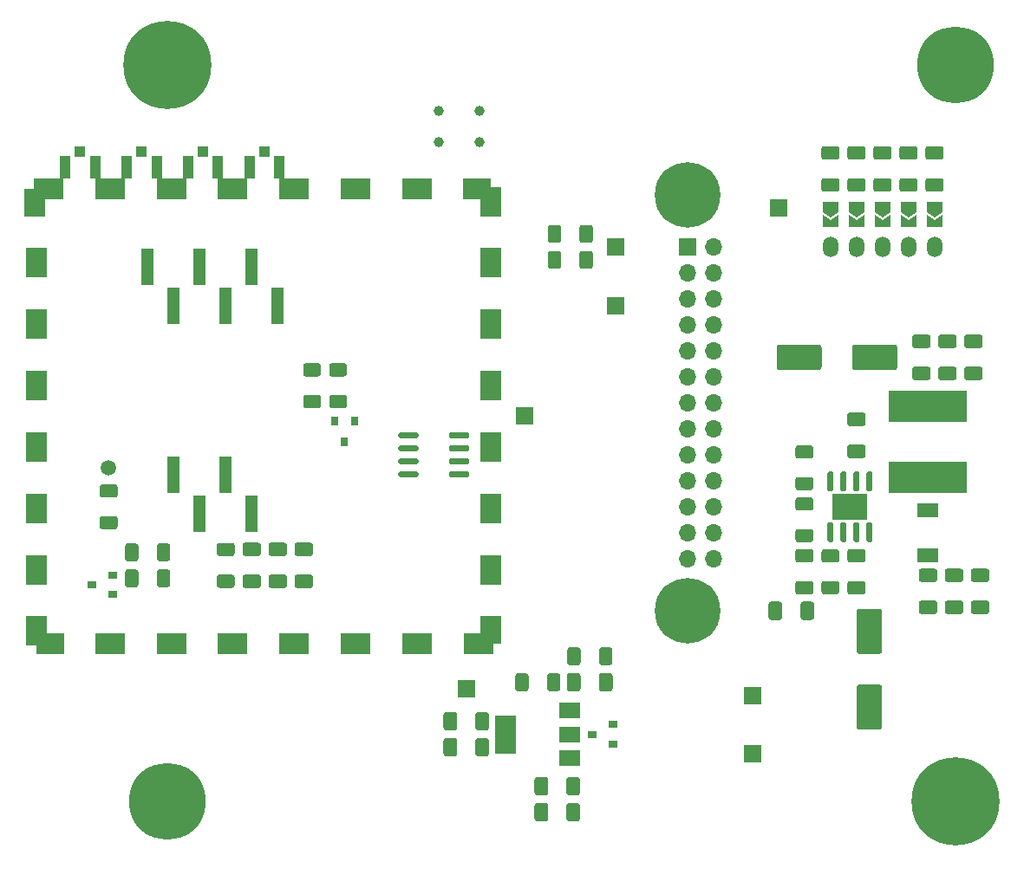
<source format=gbr>
%TF.GenerationSoftware,KiCad,Pcbnew,5.1.8*%
%TF.CreationDate,2020-12-20T23:42:19+01:00*%
%TF.ProjectId,pcb_module_hx711,7063625f-6d6f-4647-956c-655f68783731,rev?*%
%TF.SameCoordinates,Original*%
%TF.FileFunction,Soldermask,Bot*%
%TF.FilePolarity,Negative*%
%FSLAX46Y46*%
G04 Gerber Fmt 4.6, Leading zero omitted, Abs format (unit mm)*
G04 Created by KiCad (PCBNEW 5.1.8) date 2020-12-20 23:42:19*
%MOMM*%
%LPD*%
G01*
G04 APERTURE LIST*
%ADD10R,1.700000X1.700000*%
%ADD11R,3.510000X2.620000*%
%ADD12R,7.700000X3.100000*%
%ADD13O,1.500000X2.000000*%
%ADD14C,0.100000*%
%ADD15R,2.100000X1.400000*%
%ADD16R,3.000000X2.000000*%
%ADD17R,2.690000X2.000000*%
%ADD18R,2.000000X3.000000*%
%ADD19R,2.000000X2.690000*%
%ADD20C,1.000000*%
%ADD21R,1.300000X3.600000*%
%ADD22O,1.700000X1.700000*%
%ADD23C,0.900000*%
%ADD24C,8.600000*%
%ADD25C,7.500000*%
%ADD26C,0.800000*%
%ADD27C,6.400000*%
%ADD28R,0.900000X0.800000*%
%ADD29R,1.050000X2.200000*%
%ADD30R,1.000000X1.050000*%
%ADD31C,1.500000*%
%ADD32R,0.800000X0.900000*%
%ADD33R,2.000000X3.800000*%
%ADD34R,2.000000X1.500000*%
G04 APERTURE END LIST*
%TO.C,C30*%
G36*
G01*
X126273841Y-133450209D02*
X128273841Y-133450209D01*
G75*
G02*
X128523841Y-133700209I0J-250000D01*
G01*
X128523841Y-137600209D01*
G75*
G02*
X128273841Y-137850209I-250000J0D01*
G01*
X126273841Y-137850209D01*
G75*
G02*
X126023841Y-137600209I0J250000D01*
G01*
X126023841Y-133700209D01*
G75*
G02*
X126273841Y-133450209I250000J0D01*
G01*
G37*
G36*
G01*
X126273841Y-126050209D02*
X128273841Y-126050209D01*
G75*
G02*
X128523841Y-126300209I0J-250000D01*
G01*
X128523841Y-130200209D01*
G75*
G02*
X128273841Y-130450209I-250000J0D01*
G01*
X126273841Y-130450209D01*
G75*
G02*
X126023841Y-130200209I0J250000D01*
G01*
X126023841Y-126300209D01*
G75*
G02*
X126273841Y-126050209I250000J0D01*
G01*
G37*
%TD*%
%TO.C,C29*%
G36*
G01*
X122598841Y-100470209D02*
X122598841Y-102470209D01*
G75*
G02*
X122348841Y-102720209I-250000J0D01*
G01*
X118448841Y-102720209D01*
G75*
G02*
X118198841Y-102470209I0J250000D01*
G01*
X118198841Y-100470209D01*
G75*
G02*
X118448841Y-100220209I250000J0D01*
G01*
X122348841Y-100220209D01*
G75*
G02*
X122598841Y-100470209I0J-250000D01*
G01*
G37*
G36*
G01*
X129998841Y-100470209D02*
X129998841Y-102470209D01*
G75*
G02*
X129748841Y-102720209I-250000J0D01*
G01*
X125848841Y-102720209D01*
G75*
G02*
X125598841Y-102470209I0J250000D01*
G01*
X125598841Y-100470209D01*
G75*
G02*
X125848841Y-100220209I250000J0D01*
G01*
X129748841Y-100220209D01*
G75*
G02*
X129998841Y-100470209I0J-250000D01*
G01*
G37*
%TD*%
D10*
%TO.C,TP7*%
X87903841Y-133855209D03*
%TD*%
%TO.C,TP6*%
X115843841Y-134490209D03*
%TD*%
%TO.C,TP5*%
X93618841Y-107185209D03*
%TD*%
%TO.C,TP4*%
X102508841Y-90675209D03*
%TD*%
%TO.C,TP3*%
X102508841Y-96390209D03*
%TD*%
%TO.C,TP2*%
X115843841Y-140205209D03*
%TD*%
%TO.C,TP1*%
X118383841Y-86865209D03*
%TD*%
D11*
%TO.C,U4*%
X125368841Y-116075209D03*
G36*
G01*
X127423841Y-114565209D02*
X127123841Y-114565209D01*
G75*
G02*
X126973841Y-114415209I0J150000D01*
G01*
X126973841Y-112775209D01*
G75*
G02*
X127123841Y-112625209I150000J0D01*
G01*
X127423841Y-112625209D01*
G75*
G02*
X127573841Y-112775209I0J-150000D01*
G01*
X127573841Y-114415209D01*
G75*
G02*
X127423841Y-114565209I-150000J0D01*
G01*
G37*
G36*
G01*
X126153841Y-114565209D02*
X125853841Y-114565209D01*
G75*
G02*
X125703841Y-114415209I0J150000D01*
G01*
X125703841Y-112775209D01*
G75*
G02*
X125853841Y-112625209I150000J0D01*
G01*
X126153841Y-112625209D01*
G75*
G02*
X126303841Y-112775209I0J-150000D01*
G01*
X126303841Y-114415209D01*
G75*
G02*
X126153841Y-114565209I-150000J0D01*
G01*
G37*
G36*
G01*
X124883841Y-114565209D02*
X124583841Y-114565209D01*
G75*
G02*
X124433841Y-114415209I0J150000D01*
G01*
X124433841Y-112775209D01*
G75*
G02*
X124583841Y-112625209I150000J0D01*
G01*
X124883841Y-112625209D01*
G75*
G02*
X125033841Y-112775209I0J-150000D01*
G01*
X125033841Y-114415209D01*
G75*
G02*
X124883841Y-114565209I-150000J0D01*
G01*
G37*
G36*
G01*
X123613841Y-114565209D02*
X123313841Y-114565209D01*
G75*
G02*
X123163841Y-114415209I0J150000D01*
G01*
X123163841Y-112775209D01*
G75*
G02*
X123313841Y-112625209I150000J0D01*
G01*
X123613841Y-112625209D01*
G75*
G02*
X123763841Y-112775209I0J-150000D01*
G01*
X123763841Y-114415209D01*
G75*
G02*
X123613841Y-114565209I-150000J0D01*
G01*
G37*
G36*
G01*
X123613841Y-119525209D02*
X123313841Y-119525209D01*
G75*
G02*
X123163841Y-119375209I0J150000D01*
G01*
X123163841Y-117735209D01*
G75*
G02*
X123313841Y-117585209I150000J0D01*
G01*
X123613841Y-117585209D01*
G75*
G02*
X123763841Y-117735209I0J-150000D01*
G01*
X123763841Y-119375209D01*
G75*
G02*
X123613841Y-119525209I-150000J0D01*
G01*
G37*
G36*
G01*
X124883841Y-119525209D02*
X124583841Y-119525209D01*
G75*
G02*
X124433841Y-119375209I0J150000D01*
G01*
X124433841Y-117735209D01*
G75*
G02*
X124583841Y-117585209I150000J0D01*
G01*
X124883841Y-117585209D01*
G75*
G02*
X125033841Y-117735209I0J-150000D01*
G01*
X125033841Y-119375209D01*
G75*
G02*
X124883841Y-119525209I-150000J0D01*
G01*
G37*
G36*
G01*
X126153841Y-119525209D02*
X125853841Y-119525209D01*
G75*
G02*
X125703841Y-119375209I0J150000D01*
G01*
X125703841Y-117735209D01*
G75*
G02*
X125853841Y-117585209I150000J0D01*
G01*
X126153841Y-117585209D01*
G75*
G02*
X126303841Y-117735209I0J-150000D01*
G01*
X126303841Y-119375209D01*
G75*
G02*
X126153841Y-119525209I-150000J0D01*
G01*
G37*
G36*
G01*
X127423841Y-119525209D02*
X127123841Y-119525209D01*
G75*
G02*
X126973841Y-119375209I0J150000D01*
G01*
X126973841Y-117735209D01*
G75*
G02*
X127123841Y-117585209I150000J0D01*
G01*
X127423841Y-117585209D01*
G75*
G02*
X127573841Y-117735209I0J-150000D01*
G01*
X127573841Y-119375209D01*
G75*
G02*
X127423841Y-119525209I-150000J0D01*
G01*
G37*
%TD*%
D12*
%TO.C,L1*%
X132988841Y-113175209D03*
X132988841Y-106275209D03*
%TD*%
D13*
%TO.C,U1*%
X123463841Y-90675209D03*
X126003841Y-90675209D03*
X128543841Y-90675209D03*
X131083841Y-90675209D03*
X133623841Y-90675209D03*
%TD*%
%TO.C,C1*%
G36*
G01*
X132973840Y-83955209D02*
X134273842Y-83955209D01*
G75*
G02*
X134523841Y-84205208I0J-249999D01*
G01*
X134523841Y-85030210D01*
G75*
G02*
X134273842Y-85280209I-249999J0D01*
G01*
X132973840Y-85280209D01*
G75*
G02*
X132723841Y-85030210I0J249999D01*
G01*
X132723841Y-84205208D01*
G75*
G02*
X132973840Y-83955209I249999J0D01*
G01*
G37*
G36*
G01*
X132973840Y-80830209D02*
X134273842Y-80830209D01*
G75*
G02*
X134523841Y-81080208I0J-249999D01*
G01*
X134523841Y-81905210D01*
G75*
G02*
X134273842Y-82155209I-249999J0D01*
G01*
X132973840Y-82155209D01*
G75*
G02*
X132723841Y-81905210I0J249999D01*
G01*
X132723841Y-81080208D01*
G75*
G02*
X132973840Y-80830209I249999J0D01*
G01*
G37*
%TD*%
%TO.C,R10*%
G36*
G01*
X121548841Y-111365209D02*
X120298841Y-111365209D01*
G75*
G02*
X120048841Y-111115209I0J250000D01*
G01*
X120048841Y-110315209D01*
G75*
G02*
X120298841Y-110065209I250000J0D01*
G01*
X121548841Y-110065209D01*
G75*
G02*
X121798841Y-110315209I0J-250000D01*
G01*
X121798841Y-111115209D01*
G75*
G02*
X121548841Y-111365209I-250000J0D01*
G01*
G37*
G36*
G01*
X121548841Y-114465209D02*
X120298841Y-114465209D01*
G75*
G02*
X120048841Y-114215209I0J250000D01*
G01*
X120048841Y-113415209D01*
G75*
G02*
X120298841Y-113165209I250000J0D01*
G01*
X121548841Y-113165209D01*
G75*
G02*
X121798841Y-113415209I0J-250000D01*
G01*
X121798841Y-114215209D01*
G75*
G02*
X121548841Y-114465209I-250000J0D01*
G01*
G37*
%TD*%
%TO.C,R9*%
G36*
G01*
X121548841Y-116445209D02*
X120298841Y-116445209D01*
G75*
G02*
X120048841Y-116195209I0J250000D01*
G01*
X120048841Y-115395209D01*
G75*
G02*
X120298841Y-115145209I250000J0D01*
G01*
X121548841Y-115145209D01*
G75*
G02*
X121798841Y-115395209I0J-250000D01*
G01*
X121798841Y-116195209D01*
G75*
G02*
X121548841Y-116445209I-250000J0D01*
G01*
G37*
G36*
G01*
X121548841Y-119545209D02*
X120298841Y-119545209D01*
G75*
G02*
X120048841Y-119295209I0J250000D01*
G01*
X120048841Y-118495209D01*
G75*
G02*
X120298841Y-118245209I250000J0D01*
G01*
X121548841Y-118245209D01*
G75*
G02*
X121798841Y-118495209I0J-250000D01*
G01*
X121798841Y-119295209D01*
G75*
G02*
X121548841Y-119545209I-250000J0D01*
G01*
G37*
%TD*%
%TO.C,R1*%
G36*
G01*
X122838841Y-123325209D02*
X124088841Y-123325209D01*
G75*
G02*
X124338841Y-123575209I0J-250000D01*
G01*
X124338841Y-124375209D01*
G75*
G02*
X124088841Y-124625209I-250000J0D01*
G01*
X122838841Y-124625209D01*
G75*
G02*
X122588841Y-124375209I0J250000D01*
G01*
X122588841Y-123575209D01*
G75*
G02*
X122838841Y-123325209I250000J0D01*
G01*
G37*
G36*
G01*
X122838841Y-120225209D02*
X124088841Y-120225209D01*
G75*
G02*
X124338841Y-120475209I0J-250000D01*
G01*
X124338841Y-121275209D01*
G75*
G02*
X124088841Y-121525209I-250000J0D01*
G01*
X122838841Y-121525209D01*
G75*
G02*
X122588841Y-121275209I0J250000D01*
G01*
X122588841Y-120475209D01*
G75*
G02*
X122838841Y-120225209I250000J0D01*
G01*
G37*
%TD*%
D14*
%TO.C,JP5*%
G36*
X123463841Y-87775209D02*
G01*
X122713841Y-87275209D01*
X122713841Y-86275209D01*
X124213841Y-86275209D01*
X124213841Y-87275209D01*
X123463841Y-87775209D01*
G37*
G36*
X122713841Y-88725209D02*
G01*
X122713841Y-87575209D01*
X123463841Y-88075209D01*
X124213841Y-87575209D01*
X124213841Y-88725209D01*
X122713841Y-88725209D01*
G37*
%TD*%
%TO.C,JP4*%
G36*
X126003841Y-87775209D02*
G01*
X125253841Y-87275209D01*
X125253841Y-86275209D01*
X126753841Y-86275209D01*
X126753841Y-87275209D01*
X126003841Y-87775209D01*
G37*
G36*
X125253841Y-88725209D02*
G01*
X125253841Y-87575209D01*
X126003841Y-88075209D01*
X126753841Y-87575209D01*
X126753841Y-88725209D01*
X125253841Y-88725209D01*
G37*
%TD*%
%TO.C,JP3*%
G36*
X128543841Y-87775209D02*
G01*
X127793841Y-87275209D01*
X127793841Y-86275209D01*
X129293841Y-86275209D01*
X129293841Y-87275209D01*
X128543841Y-87775209D01*
G37*
G36*
X127793841Y-88725209D02*
G01*
X127793841Y-87575209D01*
X128543841Y-88075209D01*
X129293841Y-87575209D01*
X129293841Y-88725209D01*
X127793841Y-88725209D01*
G37*
%TD*%
%TO.C,JP2*%
G36*
X131083841Y-87775209D02*
G01*
X130333841Y-87275209D01*
X130333841Y-86275209D01*
X131833841Y-86275209D01*
X131833841Y-87275209D01*
X131083841Y-87775209D01*
G37*
G36*
X130333841Y-88725209D02*
G01*
X130333841Y-87575209D01*
X131083841Y-88075209D01*
X131833841Y-87575209D01*
X131833841Y-88725209D01*
X130333841Y-88725209D01*
G37*
%TD*%
%TO.C,JP1*%
G36*
X133623841Y-87775209D02*
G01*
X132873841Y-87275209D01*
X132873841Y-86275209D01*
X134373841Y-86275209D01*
X134373841Y-87275209D01*
X133623841Y-87775209D01*
G37*
G36*
X132873841Y-88725209D02*
G01*
X132873841Y-87575209D01*
X133623841Y-88075209D01*
X134373841Y-87575209D01*
X134373841Y-88725209D01*
X132873841Y-88725209D01*
G37*
%TD*%
D15*
%TO.C,D1*%
X132988841Y-116415209D03*
X132988841Y-120815209D03*
%TD*%
%TO.C,C25*%
G36*
G01*
X137418840Y-125230209D02*
X138718842Y-125230209D01*
G75*
G02*
X138968841Y-125480208I0J-249999D01*
G01*
X138968841Y-126305210D01*
G75*
G02*
X138718842Y-126555209I-249999J0D01*
G01*
X137418840Y-126555209D01*
G75*
G02*
X137168841Y-126305210I0J249999D01*
G01*
X137168841Y-125480208D01*
G75*
G02*
X137418840Y-125230209I249999J0D01*
G01*
G37*
G36*
G01*
X137418840Y-122105209D02*
X138718842Y-122105209D01*
G75*
G02*
X138968841Y-122355208I0J-249999D01*
G01*
X138968841Y-123180210D01*
G75*
G02*
X138718842Y-123430209I-249999J0D01*
G01*
X137418840Y-123430209D01*
G75*
G02*
X137168841Y-123180210I0J249999D01*
G01*
X137168841Y-122355208D01*
G75*
G02*
X137418840Y-122105209I249999J0D01*
G01*
G37*
%TD*%
%TO.C,C23*%
G36*
G01*
X132338840Y-125230209D02*
X133638842Y-125230209D01*
G75*
G02*
X133888841Y-125480208I0J-249999D01*
G01*
X133888841Y-126305210D01*
G75*
G02*
X133638842Y-126555209I-249999J0D01*
G01*
X132338840Y-126555209D01*
G75*
G02*
X132088841Y-126305210I0J249999D01*
G01*
X132088841Y-125480208D01*
G75*
G02*
X132338840Y-125230209I249999J0D01*
G01*
G37*
G36*
G01*
X132338840Y-122105209D02*
X133638842Y-122105209D01*
G75*
G02*
X133888841Y-122355208I0J-249999D01*
G01*
X133888841Y-123180210D01*
G75*
G02*
X133638842Y-123430209I-249999J0D01*
G01*
X132338840Y-123430209D01*
G75*
G02*
X132088841Y-123180210I0J249999D01*
G01*
X132088841Y-122355208D01*
G75*
G02*
X132338840Y-122105209I249999J0D01*
G01*
G37*
%TD*%
%TO.C,C21*%
G36*
G01*
X134878840Y-125230209D02*
X136178842Y-125230209D01*
G75*
G02*
X136428841Y-125480208I0J-249999D01*
G01*
X136428841Y-126305210D01*
G75*
G02*
X136178842Y-126555209I-249999J0D01*
G01*
X134878840Y-126555209D01*
G75*
G02*
X134628841Y-126305210I0J249999D01*
G01*
X134628841Y-125480208D01*
G75*
G02*
X134878840Y-125230209I249999J0D01*
G01*
G37*
G36*
G01*
X134878840Y-122105209D02*
X136178842Y-122105209D01*
G75*
G02*
X136428841Y-122355208I0J-249999D01*
G01*
X136428841Y-123180210D01*
G75*
G02*
X136178842Y-123430209I-249999J0D01*
G01*
X134878840Y-123430209D01*
G75*
G02*
X134628841Y-123180210I0J249999D01*
G01*
X134628841Y-122355208D01*
G75*
G02*
X134878840Y-122105209I249999J0D01*
G01*
G37*
%TD*%
%TO.C,C20*%
G36*
G01*
X126653842Y-108190209D02*
X125353840Y-108190209D01*
G75*
G02*
X125103841Y-107940210I0J249999D01*
G01*
X125103841Y-107115208D01*
G75*
G02*
X125353840Y-106865209I249999J0D01*
G01*
X126653842Y-106865209D01*
G75*
G02*
X126903841Y-107115208I0J-249999D01*
G01*
X126903841Y-107940210D01*
G75*
G02*
X126653842Y-108190209I-249999J0D01*
G01*
G37*
G36*
G01*
X126653842Y-111315209D02*
X125353840Y-111315209D01*
G75*
G02*
X125103841Y-111065210I0J249999D01*
G01*
X125103841Y-110240208D01*
G75*
G02*
X125353840Y-109990209I249999J0D01*
G01*
X126653842Y-109990209D01*
G75*
G02*
X126903841Y-110240208I0J-249999D01*
G01*
X126903841Y-111065210D01*
G75*
G02*
X126653842Y-111315209I-249999J0D01*
G01*
G37*
%TD*%
%TO.C,C17*%
G36*
G01*
X120273840Y-123325209D02*
X121573842Y-123325209D01*
G75*
G02*
X121823841Y-123575208I0J-249999D01*
G01*
X121823841Y-124400210D01*
G75*
G02*
X121573842Y-124650209I-249999J0D01*
G01*
X120273840Y-124650209D01*
G75*
G02*
X120023841Y-124400210I0J249999D01*
G01*
X120023841Y-123575208D01*
G75*
G02*
X120273840Y-123325209I249999J0D01*
G01*
G37*
G36*
G01*
X120273840Y-120200209D02*
X121573842Y-120200209D01*
G75*
G02*
X121823841Y-120450208I0J-249999D01*
G01*
X121823841Y-121275210D01*
G75*
G02*
X121573842Y-121525209I-249999J0D01*
G01*
X120273840Y-121525209D01*
G75*
G02*
X120023841Y-121275210I0J249999D01*
G01*
X120023841Y-120450208D01*
G75*
G02*
X120273840Y-120200209I249999J0D01*
G01*
G37*
%TD*%
%TO.C,C16*%
G36*
G01*
X125353840Y-123325209D02*
X126653842Y-123325209D01*
G75*
G02*
X126903841Y-123575208I0J-249999D01*
G01*
X126903841Y-124400210D01*
G75*
G02*
X126653842Y-124650209I-249999J0D01*
G01*
X125353840Y-124650209D01*
G75*
G02*
X125103841Y-124400210I0J249999D01*
G01*
X125103841Y-123575208D01*
G75*
G02*
X125353840Y-123325209I249999J0D01*
G01*
G37*
G36*
G01*
X125353840Y-120200209D02*
X126653842Y-120200209D01*
G75*
G02*
X126903841Y-120450208I0J-249999D01*
G01*
X126903841Y-121275210D01*
G75*
G02*
X126653842Y-121525209I-249999J0D01*
G01*
X125353840Y-121525209D01*
G75*
G02*
X125103841Y-121275210I0J249999D01*
G01*
X125103841Y-120450208D01*
G75*
G02*
X125353840Y-120200209I249999J0D01*
G01*
G37*
%TD*%
%TO.C,C15*%
G36*
G01*
X138083842Y-100570209D02*
X136783840Y-100570209D01*
G75*
G02*
X136533841Y-100320210I0J249999D01*
G01*
X136533841Y-99495208D01*
G75*
G02*
X136783840Y-99245209I249999J0D01*
G01*
X138083842Y-99245209D01*
G75*
G02*
X138333841Y-99495208I0J-249999D01*
G01*
X138333841Y-100320210D01*
G75*
G02*
X138083842Y-100570209I-249999J0D01*
G01*
G37*
G36*
G01*
X138083842Y-103695209D02*
X136783840Y-103695209D01*
G75*
G02*
X136533841Y-103445210I0J249999D01*
G01*
X136533841Y-102620208D01*
G75*
G02*
X136783840Y-102370209I249999J0D01*
G01*
X138083842Y-102370209D01*
G75*
G02*
X138333841Y-102620208I0J-249999D01*
G01*
X138333841Y-103445210D01*
G75*
G02*
X138083842Y-103695209I-249999J0D01*
G01*
G37*
%TD*%
%TO.C,C13*%
G36*
G01*
X118753841Y-125585208D02*
X118753841Y-126885210D01*
G75*
G02*
X118503842Y-127135209I-249999J0D01*
G01*
X117678840Y-127135209D01*
G75*
G02*
X117428841Y-126885210I0J249999D01*
G01*
X117428841Y-125585208D01*
G75*
G02*
X117678840Y-125335209I249999J0D01*
G01*
X118503842Y-125335209D01*
G75*
G02*
X118753841Y-125585208I0J-249999D01*
G01*
G37*
G36*
G01*
X121878841Y-125585208D02*
X121878841Y-126885210D01*
G75*
G02*
X121628842Y-127135209I-249999J0D01*
G01*
X120803840Y-127135209D01*
G75*
G02*
X120553841Y-126885210I0J249999D01*
G01*
X120553841Y-125585208D01*
G75*
G02*
X120803840Y-125335209I249999J0D01*
G01*
X121628842Y-125335209D01*
G75*
G02*
X121878841Y-125585208I0J-249999D01*
G01*
G37*
%TD*%
%TO.C,C12*%
G36*
G01*
X133003842Y-100570209D02*
X131703840Y-100570209D01*
G75*
G02*
X131453841Y-100320210I0J249999D01*
G01*
X131453841Y-99495208D01*
G75*
G02*
X131703840Y-99245209I249999J0D01*
G01*
X133003842Y-99245209D01*
G75*
G02*
X133253841Y-99495208I0J-249999D01*
G01*
X133253841Y-100320210D01*
G75*
G02*
X133003842Y-100570209I-249999J0D01*
G01*
G37*
G36*
G01*
X133003842Y-103695209D02*
X131703840Y-103695209D01*
G75*
G02*
X131453841Y-103445210I0J249999D01*
G01*
X131453841Y-102620208D01*
G75*
G02*
X131703840Y-102370209I249999J0D01*
G01*
X133003842Y-102370209D01*
G75*
G02*
X133253841Y-102620208I0J-249999D01*
G01*
X133253841Y-103445210D01*
G75*
G02*
X133003842Y-103695209I-249999J0D01*
G01*
G37*
%TD*%
%TO.C,C11*%
G36*
G01*
X135543842Y-100570209D02*
X134243840Y-100570209D01*
G75*
G02*
X133993841Y-100320210I0J249999D01*
G01*
X133993841Y-99495208D01*
G75*
G02*
X134243840Y-99245209I249999J0D01*
G01*
X135543842Y-99245209D01*
G75*
G02*
X135793841Y-99495208I0J-249999D01*
G01*
X135793841Y-100320210D01*
G75*
G02*
X135543842Y-100570209I-249999J0D01*
G01*
G37*
G36*
G01*
X135543842Y-103695209D02*
X134243840Y-103695209D01*
G75*
G02*
X133993841Y-103445210I0J249999D01*
G01*
X133993841Y-102620208D01*
G75*
G02*
X134243840Y-102370209I249999J0D01*
G01*
X135543842Y-102370209D01*
G75*
G02*
X135793841Y-102620208I0J-249999D01*
G01*
X135793841Y-103445210D01*
G75*
G02*
X135543842Y-103695209I-249999J0D01*
G01*
G37*
%TD*%
%TO.C,C5*%
G36*
G01*
X122813840Y-83955209D02*
X124113842Y-83955209D01*
G75*
G02*
X124363841Y-84205208I0J-249999D01*
G01*
X124363841Y-85030210D01*
G75*
G02*
X124113842Y-85280209I-249999J0D01*
G01*
X122813840Y-85280209D01*
G75*
G02*
X122563841Y-85030210I0J249999D01*
G01*
X122563841Y-84205208D01*
G75*
G02*
X122813840Y-83955209I249999J0D01*
G01*
G37*
G36*
G01*
X122813840Y-80830209D02*
X124113842Y-80830209D01*
G75*
G02*
X124363841Y-81080208I0J-249999D01*
G01*
X124363841Y-81905210D01*
G75*
G02*
X124113842Y-82155209I-249999J0D01*
G01*
X122813840Y-82155209D01*
G75*
G02*
X122563841Y-81905210I0J249999D01*
G01*
X122563841Y-81080208D01*
G75*
G02*
X122813840Y-80830209I249999J0D01*
G01*
G37*
%TD*%
%TO.C,C4*%
G36*
G01*
X125353840Y-83955209D02*
X126653842Y-83955209D01*
G75*
G02*
X126903841Y-84205208I0J-249999D01*
G01*
X126903841Y-85030210D01*
G75*
G02*
X126653842Y-85280209I-249999J0D01*
G01*
X125353840Y-85280209D01*
G75*
G02*
X125103841Y-85030210I0J249999D01*
G01*
X125103841Y-84205208D01*
G75*
G02*
X125353840Y-83955209I249999J0D01*
G01*
G37*
G36*
G01*
X125353840Y-80830209D02*
X126653842Y-80830209D01*
G75*
G02*
X126903841Y-81080208I0J-249999D01*
G01*
X126903841Y-81905210D01*
G75*
G02*
X126653842Y-82155209I-249999J0D01*
G01*
X125353840Y-82155209D01*
G75*
G02*
X125103841Y-81905210I0J249999D01*
G01*
X125103841Y-81080208D01*
G75*
G02*
X125353840Y-80830209I249999J0D01*
G01*
G37*
%TD*%
%TO.C,C3*%
G36*
G01*
X127893840Y-83955209D02*
X129193842Y-83955209D01*
G75*
G02*
X129443841Y-84205208I0J-249999D01*
G01*
X129443841Y-85030210D01*
G75*
G02*
X129193842Y-85280209I-249999J0D01*
G01*
X127893840Y-85280209D01*
G75*
G02*
X127643841Y-85030210I0J249999D01*
G01*
X127643841Y-84205208D01*
G75*
G02*
X127893840Y-83955209I249999J0D01*
G01*
G37*
G36*
G01*
X127893840Y-80830209D02*
X129193842Y-80830209D01*
G75*
G02*
X129443841Y-81080208I0J-249999D01*
G01*
X129443841Y-81905210D01*
G75*
G02*
X129193842Y-82155209I-249999J0D01*
G01*
X127893840Y-82155209D01*
G75*
G02*
X127643841Y-81905210I0J249999D01*
G01*
X127643841Y-81080208D01*
G75*
G02*
X127893840Y-80830209I249999J0D01*
G01*
G37*
%TD*%
D16*
%TO.C,J5*%
X83098841Y-129410209D03*
X65108841Y-129410209D03*
X53108841Y-129410209D03*
X71098841Y-129410209D03*
X59108841Y-129410209D03*
D17*
X47263841Y-129410209D03*
D16*
X77098841Y-129410209D03*
X89098841Y-129410209D03*
D18*
X90288841Y-122220209D03*
X90288841Y-104230209D03*
D19*
X90288841Y-128065209D03*
D18*
X90288841Y-98230209D03*
X90288841Y-116220209D03*
X90288841Y-86230209D03*
X90288841Y-92230209D03*
X90288841Y-110220209D03*
D16*
X47108841Y-85040209D03*
D17*
X88943841Y-85040209D03*
D16*
X53108841Y-85040209D03*
X65108841Y-85040209D03*
X83098841Y-85040209D03*
X77098841Y-85040209D03*
X71098841Y-85040209D03*
X59108841Y-85040209D03*
D18*
X45918841Y-128220209D03*
X45918841Y-122220209D03*
X45918841Y-110220209D03*
X45918841Y-116220209D03*
X45918841Y-104230209D03*
X45918841Y-98230209D03*
X45918841Y-92230209D03*
D19*
X45758841Y-86385209D03*
%TD*%
D20*
%TO.C,H3*%
X89193841Y-77395209D03*
X89193841Y-80395209D03*
X85193841Y-80395209D03*
X85193841Y-77395209D03*
%TD*%
D21*
%TO.C,U3*%
X59328841Y-112900209D03*
X61868841Y-116710209D03*
X64408841Y-112900209D03*
X66948841Y-116710209D03*
X66948841Y-92580209D03*
X64408841Y-96390209D03*
X69488841Y-96390209D03*
X61868841Y-92580209D03*
X59328841Y-96390209D03*
X56788841Y-92580209D03*
%TD*%
D22*
%TO.C,J7*%
X112033841Y-121155209D03*
X109493841Y-121155209D03*
X112033841Y-118615209D03*
X109493841Y-118615209D03*
X112033841Y-116075209D03*
X109493841Y-116075209D03*
X112033841Y-113535209D03*
X109493841Y-113535209D03*
X112033841Y-110995209D03*
X109493841Y-110995209D03*
X112033841Y-108455209D03*
X109493841Y-108455209D03*
X112033841Y-105915209D03*
X109493841Y-105915209D03*
X112033841Y-103375209D03*
X109493841Y-103375209D03*
X112033841Y-100835209D03*
X109493841Y-100835209D03*
X112033841Y-98295209D03*
X109493841Y-98295209D03*
X112033841Y-95755209D03*
X109493841Y-95755209D03*
X112033841Y-93215209D03*
X109493841Y-93215209D03*
X112033841Y-90675209D03*
D10*
X109493841Y-90675209D03*
%TD*%
D23*
%TO.C,H7*%
X137974260Y-142614790D03*
X135693841Y-141670209D03*
X133413422Y-142614790D03*
X132468841Y-144895209D03*
X133413422Y-147175628D03*
X135693841Y-148120209D03*
X137974260Y-147175628D03*
X138918841Y-144895209D03*
D24*
X135693841Y-144895209D03*
%TD*%
D23*
%TO.C,H6*%
X60974260Y-142614790D03*
X58693841Y-141670209D03*
X56413422Y-142614790D03*
X55468841Y-144895209D03*
X56413422Y-147175628D03*
X58693841Y-148120209D03*
X60974260Y-147175628D03*
X61918841Y-144895209D03*
D25*
X58693841Y-144895209D03*
%TD*%
D23*
%TO.C,H5*%
X137974260Y-70614790D03*
X135693841Y-69670209D03*
X133413422Y-70614790D03*
X132468841Y-72895209D03*
X133413422Y-75175628D03*
X135693841Y-76120209D03*
X137974260Y-75175628D03*
X138918841Y-72895209D03*
D25*
X135693841Y-72895209D03*
%TD*%
D23*
%TO.C,H4*%
X60974260Y-70614790D03*
X58693841Y-69670209D03*
X56413422Y-70614790D03*
X55468841Y-72895209D03*
X56413422Y-75175628D03*
X58693841Y-76120209D03*
X60974260Y-75175628D03*
X61918841Y-72895209D03*
D24*
X58693841Y-72895209D03*
%TD*%
D26*
%TO.C,H2*%
X111190897Y-83898153D03*
X109493841Y-83195209D03*
X107796785Y-83898153D03*
X107093841Y-85595209D03*
X107796785Y-87292265D03*
X109493841Y-87995209D03*
X111190897Y-87292265D03*
X111893841Y-85595209D03*
D27*
X109493841Y-85595209D03*
%TD*%
D26*
%TO.C,H1*%
X111190897Y-124538153D03*
X109493841Y-123835209D03*
X107796785Y-124538153D03*
X107093841Y-126235209D03*
X107796785Y-127932265D03*
X109493841Y-128635209D03*
X111190897Y-127932265D03*
X111893841Y-126235209D03*
D27*
X109493841Y-126235209D03*
%TD*%
%TO.C,C2*%
G36*
G01*
X130433840Y-80830209D02*
X131733842Y-80830209D01*
G75*
G02*
X131983841Y-81080208I0J-249999D01*
G01*
X131983841Y-81905210D01*
G75*
G02*
X131733842Y-82155209I-249999J0D01*
G01*
X130433840Y-82155209D01*
G75*
G02*
X130183841Y-81905210I0J249999D01*
G01*
X130183841Y-81080208D01*
G75*
G02*
X130433840Y-80830209I249999J0D01*
G01*
G37*
G36*
G01*
X130433840Y-83955209D02*
X131733842Y-83955209D01*
G75*
G02*
X131983841Y-84205208I0J-249999D01*
G01*
X131983841Y-85030210D01*
G75*
G02*
X131733842Y-85280209I-249999J0D01*
G01*
X130433840Y-85280209D01*
G75*
G02*
X130183841Y-85030210I0J249999D01*
G01*
X130183841Y-84205208D01*
G75*
G02*
X130433840Y-83955209I249999J0D01*
G01*
G37*
%TD*%
%TO.C,C22*%
G36*
G01*
X99018841Y-145270208D02*
X99018841Y-146570210D01*
G75*
G02*
X98768842Y-146820209I-249999J0D01*
G01*
X97943840Y-146820209D01*
G75*
G02*
X97693841Y-146570210I0J249999D01*
G01*
X97693841Y-145270208D01*
G75*
G02*
X97943840Y-145020209I249999J0D01*
G01*
X98768842Y-145020209D01*
G75*
G02*
X99018841Y-145270208I0J-249999D01*
G01*
G37*
G36*
G01*
X95893841Y-145270208D02*
X95893841Y-146570210D01*
G75*
G02*
X95643842Y-146820209I-249999J0D01*
G01*
X94818840Y-146820209D01*
G75*
G02*
X94568841Y-146570210I0J249999D01*
G01*
X94568841Y-145270208D01*
G75*
G02*
X94818840Y-145020209I249999J0D01*
G01*
X95643842Y-145020209D01*
G75*
G02*
X95893841Y-145270208I0J-249999D01*
G01*
G37*
%TD*%
%TO.C,C14*%
G36*
G01*
X68838840Y-122690209D02*
X70138842Y-122690209D01*
G75*
G02*
X70388841Y-122940208I0J-249999D01*
G01*
X70388841Y-123765210D01*
G75*
G02*
X70138842Y-124015209I-249999J0D01*
G01*
X68838840Y-124015209D01*
G75*
G02*
X68588841Y-123765210I0J249999D01*
G01*
X68588841Y-122940208D01*
G75*
G02*
X68838840Y-122690209I249999J0D01*
G01*
G37*
G36*
G01*
X68838840Y-119565209D02*
X70138842Y-119565209D01*
G75*
G02*
X70388841Y-119815208I0J-249999D01*
G01*
X70388841Y-120640210D01*
G75*
G02*
X70138842Y-120890209I-249999J0D01*
G01*
X68838840Y-120890209D01*
G75*
G02*
X68588841Y-120640210I0J249999D01*
G01*
X68588841Y-119815208D01*
G75*
G02*
X68838840Y-119565209I249999J0D01*
G01*
G37*
%TD*%
%TO.C,C24*%
G36*
G01*
X95893841Y-142730208D02*
X95893841Y-144030210D01*
G75*
G02*
X95643842Y-144280209I-249999J0D01*
G01*
X94818840Y-144280209D01*
G75*
G02*
X94568841Y-144030210I0J249999D01*
G01*
X94568841Y-142730208D01*
G75*
G02*
X94818840Y-142480209I249999J0D01*
G01*
X95643842Y-142480209D01*
G75*
G02*
X95893841Y-142730208I0J-249999D01*
G01*
G37*
G36*
G01*
X99018841Y-142730208D02*
X99018841Y-144030210D01*
G75*
G02*
X98768842Y-144280209I-249999J0D01*
G01*
X97943840Y-144280209D01*
G75*
G02*
X97693841Y-144030210I0J249999D01*
G01*
X97693841Y-142730208D01*
G75*
G02*
X97943840Y-142480209I249999J0D01*
G01*
X98768842Y-142480209D01*
G75*
G02*
X99018841Y-142730208I0J-249999D01*
G01*
G37*
%TD*%
%TO.C,C18*%
G36*
G01*
X66298840Y-119565209D02*
X67598842Y-119565209D01*
G75*
G02*
X67848841Y-119815208I0J-249999D01*
G01*
X67848841Y-120640210D01*
G75*
G02*
X67598842Y-120890209I-249999J0D01*
G01*
X66298840Y-120890209D01*
G75*
G02*
X66048841Y-120640210I0J249999D01*
G01*
X66048841Y-119815208D01*
G75*
G02*
X66298840Y-119565209I249999J0D01*
G01*
G37*
G36*
G01*
X66298840Y-122690209D02*
X67598842Y-122690209D01*
G75*
G02*
X67848841Y-122940208I0J-249999D01*
G01*
X67848841Y-123765210D01*
G75*
G02*
X67598842Y-124015209I-249999J0D01*
G01*
X66298840Y-124015209D01*
G75*
G02*
X66048841Y-123765210I0J249999D01*
G01*
X66048841Y-122940208D01*
G75*
G02*
X66298840Y-122690209I249999J0D01*
G01*
G37*
%TD*%
%TO.C,C26*%
G36*
G01*
X97743841Y-133870210D02*
X97743841Y-132570208D01*
G75*
G02*
X97993840Y-132320209I249999J0D01*
G01*
X98818842Y-132320209D01*
G75*
G02*
X99068841Y-132570208I0J-249999D01*
G01*
X99068841Y-133870210D01*
G75*
G02*
X98818842Y-134120209I-249999J0D01*
G01*
X97993840Y-134120209D01*
G75*
G02*
X97743841Y-133870210I0J249999D01*
G01*
G37*
G36*
G01*
X100868841Y-133870210D02*
X100868841Y-132570208D01*
G75*
G02*
X101118840Y-132320209I249999J0D01*
G01*
X101943842Y-132320209D01*
G75*
G02*
X102193841Y-132570208I0J-249999D01*
G01*
X102193841Y-133870210D01*
G75*
G02*
X101943842Y-134120209I-249999J0D01*
G01*
X101118840Y-134120209D01*
G75*
G02*
X100868841Y-133870210I0J249999D01*
G01*
G37*
%TD*%
%TO.C,C19*%
G36*
G01*
X71378840Y-122690209D02*
X72678842Y-122690209D01*
G75*
G02*
X72928841Y-122940208I0J-249999D01*
G01*
X72928841Y-123765210D01*
G75*
G02*
X72678842Y-124015209I-249999J0D01*
G01*
X71378840Y-124015209D01*
G75*
G02*
X71128841Y-123765210I0J249999D01*
G01*
X71128841Y-122940208D01*
G75*
G02*
X71378840Y-122690209I249999J0D01*
G01*
G37*
G36*
G01*
X71378840Y-119565209D02*
X72678842Y-119565209D01*
G75*
G02*
X72928841Y-119815208I0J-249999D01*
G01*
X72928841Y-120640210D01*
G75*
G02*
X72678842Y-120890209I-249999J0D01*
G01*
X71378840Y-120890209D01*
G75*
G02*
X71128841Y-120640210I0J249999D01*
G01*
X71128841Y-119815208D01*
G75*
G02*
X71378840Y-119565209I249999J0D01*
G01*
G37*
%TD*%
%TO.C,C27*%
G36*
G01*
X87003841Y-138920208D02*
X87003841Y-140220210D01*
G75*
G02*
X86753842Y-140470209I-249999J0D01*
G01*
X85928840Y-140470209D01*
G75*
G02*
X85678841Y-140220210I0J249999D01*
G01*
X85678841Y-138920208D01*
G75*
G02*
X85928840Y-138670209I249999J0D01*
G01*
X86753842Y-138670209D01*
G75*
G02*
X87003841Y-138920208I0J-249999D01*
G01*
G37*
G36*
G01*
X90128841Y-138920208D02*
X90128841Y-140220210D01*
G75*
G02*
X89878842Y-140470209I-249999J0D01*
G01*
X89053840Y-140470209D01*
G75*
G02*
X88803841Y-140220210I0J249999D01*
G01*
X88803841Y-138920208D01*
G75*
G02*
X89053840Y-138670209I249999J0D01*
G01*
X89878842Y-138670209D01*
G75*
G02*
X90128841Y-138920208I0J-249999D01*
G01*
G37*
%TD*%
%TO.C,C28*%
G36*
G01*
X90128841Y-136380208D02*
X90128841Y-137680210D01*
G75*
G02*
X89878842Y-137930209I-249999J0D01*
G01*
X89053840Y-137930209D01*
G75*
G02*
X88803841Y-137680210I0J249999D01*
G01*
X88803841Y-136380208D01*
G75*
G02*
X89053840Y-136130209I249999J0D01*
G01*
X89878842Y-136130209D01*
G75*
G02*
X90128841Y-136380208I0J-249999D01*
G01*
G37*
G36*
G01*
X87003841Y-136380208D02*
X87003841Y-137680210D01*
G75*
G02*
X86753842Y-137930209I-249999J0D01*
G01*
X85928840Y-137930209D01*
G75*
G02*
X85678841Y-137680210I0J249999D01*
G01*
X85678841Y-136380208D01*
G75*
G02*
X85928840Y-136130209I249999J0D01*
G01*
X86753842Y-136130209D01*
G75*
G02*
X87003841Y-136380208I0J-249999D01*
G01*
G37*
%TD*%
D28*
%TO.C,D2*%
X102238841Y-137350209D03*
X102238841Y-139250209D03*
X100238841Y-138300209D03*
%TD*%
D29*
%TO.C,J1*%
X51668841Y-82870209D03*
D30*
X50193841Y-81345209D03*
D29*
X48718841Y-82870209D03*
%TD*%
%TO.C,J2*%
X54718841Y-82870209D03*
D30*
X56193841Y-81345209D03*
D29*
X57668841Y-82870209D03*
%TD*%
%TO.C,J3*%
X60718841Y-82870209D03*
D30*
X62193841Y-81345209D03*
D29*
X63668841Y-82870209D03*
%TD*%
%TO.C,J4*%
X69668841Y-82870209D03*
D30*
X68193841Y-81345209D03*
D29*
X66718841Y-82870209D03*
%TD*%
D31*
%TO.C,J6*%
X52978841Y-112265209D03*
%TD*%
D32*
%TO.C,Q1*%
X75068841Y-107685209D03*
X76968841Y-107685209D03*
X76018841Y-109685209D03*
%TD*%
D28*
%TO.C,Q2*%
X51343841Y-123695209D03*
X53343841Y-124645209D03*
X53343841Y-122745209D03*
%TD*%
%TO.C,R2*%
G36*
G01*
X98963841Y-92570209D02*
X98963841Y-91320209D01*
G75*
G02*
X99213841Y-91070209I250000J0D01*
G01*
X100013841Y-91070209D01*
G75*
G02*
X100263841Y-91320209I0J-250000D01*
G01*
X100263841Y-92570209D01*
G75*
G02*
X100013841Y-92820209I-250000J0D01*
G01*
X99213841Y-92820209D01*
G75*
G02*
X98963841Y-92570209I0J250000D01*
G01*
G37*
G36*
G01*
X95863841Y-92570209D02*
X95863841Y-91320209D01*
G75*
G02*
X96113841Y-91070209I250000J0D01*
G01*
X96913841Y-91070209D01*
G75*
G02*
X97163841Y-91320209I0J-250000D01*
G01*
X97163841Y-92570209D01*
G75*
G02*
X96913841Y-92820209I-250000J0D01*
G01*
X96113841Y-92820209D01*
G75*
G02*
X95863841Y-92570209I0J250000D01*
G01*
G37*
%TD*%
%TO.C,R3*%
G36*
G01*
X100263841Y-88780209D02*
X100263841Y-90030209D01*
G75*
G02*
X100013841Y-90280209I-250000J0D01*
G01*
X99213841Y-90280209D01*
G75*
G02*
X98963841Y-90030209I0J250000D01*
G01*
X98963841Y-88780209D01*
G75*
G02*
X99213841Y-88530209I250000J0D01*
G01*
X100013841Y-88530209D01*
G75*
G02*
X100263841Y-88780209I0J-250000D01*
G01*
G37*
G36*
G01*
X97163841Y-88780209D02*
X97163841Y-90030209D01*
G75*
G02*
X96913841Y-90280209I-250000J0D01*
G01*
X96113841Y-90280209D01*
G75*
G02*
X95863841Y-90030209I0J250000D01*
G01*
X95863841Y-88780209D01*
G75*
G02*
X96113841Y-88530209I250000J0D01*
G01*
X96913841Y-88530209D01*
G75*
G02*
X97163841Y-88780209I0J-250000D01*
G01*
G37*
%TD*%
%TO.C,R12*%
G36*
G01*
X95788841Y-133845209D02*
X95788841Y-132595209D01*
G75*
G02*
X96038841Y-132345209I250000J0D01*
G01*
X96838841Y-132345209D01*
G75*
G02*
X97088841Y-132595209I0J-250000D01*
G01*
X97088841Y-133845209D01*
G75*
G02*
X96838841Y-134095209I-250000J0D01*
G01*
X96038841Y-134095209D01*
G75*
G02*
X95788841Y-133845209I0J250000D01*
G01*
G37*
G36*
G01*
X92688841Y-133845209D02*
X92688841Y-132595209D01*
G75*
G02*
X92938841Y-132345209I250000J0D01*
G01*
X93738841Y-132345209D01*
G75*
G02*
X93988841Y-132595209I0J-250000D01*
G01*
X93988841Y-133845209D01*
G75*
G02*
X93738841Y-134095209I-250000J0D01*
G01*
X92938841Y-134095209D01*
G75*
G02*
X92688841Y-133845209I0J250000D01*
G01*
G37*
%TD*%
%TO.C,R13*%
G36*
G01*
X97768841Y-131305209D02*
X97768841Y-130055209D01*
G75*
G02*
X98018841Y-129805209I250000J0D01*
G01*
X98818841Y-129805209D01*
G75*
G02*
X99068841Y-130055209I0J-250000D01*
G01*
X99068841Y-131305209D01*
G75*
G02*
X98818841Y-131555209I-250000J0D01*
G01*
X98018841Y-131555209D01*
G75*
G02*
X97768841Y-131305209I0J250000D01*
G01*
G37*
G36*
G01*
X100868841Y-131305209D02*
X100868841Y-130055209D01*
G75*
G02*
X101118841Y-129805209I250000J0D01*
G01*
X101918841Y-129805209D01*
G75*
G02*
X102168841Y-130055209I0J-250000D01*
G01*
X102168841Y-131305209D01*
G75*
G02*
X101918841Y-131555209I-250000J0D01*
G01*
X101118841Y-131555209D01*
G75*
G02*
X100868841Y-131305209I0J250000D01*
G01*
G37*
%TD*%
%TO.C,R4*%
G36*
G01*
X65033841Y-123990209D02*
X63783841Y-123990209D01*
G75*
G02*
X63533841Y-123740209I0J250000D01*
G01*
X63533841Y-122940209D01*
G75*
G02*
X63783841Y-122690209I250000J0D01*
G01*
X65033841Y-122690209D01*
G75*
G02*
X65283841Y-122940209I0J-250000D01*
G01*
X65283841Y-123740209D01*
G75*
G02*
X65033841Y-123990209I-250000J0D01*
G01*
G37*
G36*
G01*
X65033841Y-120890209D02*
X63783841Y-120890209D01*
G75*
G02*
X63533841Y-120640209I0J250000D01*
G01*
X63533841Y-119840209D01*
G75*
G02*
X63783841Y-119590209I250000J0D01*
G01*
X65033841Y-119590209D01*
G75*
G02*
X65283841Y-119840209I0J-250000D01*
G01*
X65283841Y-120640209D01*
G75*
G02*
X65033841Y-120890209I-250000J0D01*
G01*
G37*
%TD*%
%TO.C,R5*%
G36*
G01*
X73468841Y-106440209D02*
X72218841Y-106440209D01*
G75*
G02*
X71968841Y-106190209I0J250000D01*
G01*
X71968841Y-105390209D01*
G75*
G02*
X72218841Y-105140209I250000J0D01*
G01*
X73468841Y-105140209D01*
G75*
G02*
X73718841Y-105390209I0J-250000D01*
G01*
X73718841Y-106190209D01*
G75*
G02*
X73468841Y-106440209I-250000J0D01*
G01*
G37*
G36*
G01*
X73468841Y-103340209D02*
X72218841Y-103340209D01*
G75*
G02*
X71968841Y-103090209I0J250000D01*
G01*
X71968841Y-102290209D01*
G75*
G02*
X72218841Y-102040209I250000J0D01*
G01*
X73468841Y-102040209D01*
G75*
G02*
X73718841Y-102290209I0J-250000D01*
G01*
X73718841Y-103090209D01*
G75*
G02*
X73468841Y-103340209I-250000J0D01*
G01*
G37*
%TD*%
%TO.C,R7*%
G36*
G01*
X76008841Y-103340209D02*
X74758841Y-103340209D01*
G75*
G02*
X74508841Y-103090209I0J250000D01*
G01*
X74508841Y-102290209D01*
G75*
G02*
X74758841Y-102040209I250000J0D01*
G01*
X76008841Y-102040209D01*
G75*
G02*
X76258841Y-102290209I0J-250000D01*
G01*
X76258841Y-103090209D01*
G75*
G02*
X76008841Y-103340209I-250000J0D01*
G01*
G37*
G36*
G01*
X76008841Y-106440209D02*
X74758841Y-106440209D01*
G75*
G02*
X74508841Y-106190209I0J250000D01*
G01*
X74508841Y-105390209D01*
G75*
G02*
X74758841Y-105140209I250000J0D01*
G01*
X76008841Y-105140209D01*
G75*
G02*
X76258841Y-105390209I0J-250000D01*
G01*
X76258841Y-106190209D01*
G75*
G02*
X76008841Y-106440209I-250000J0D01*
G01*
G37*
%TD*%
%TO.C,R6*%
G36*
G01*
X54588841Y-123685209D02*
X54588841Y-122435209D01*
G75*
G02*
X54838841Y-122185209I250000J0D01*
G01*
X55638841Y-122185209D01*
G75*
G02*
X55888841Y-122435209I0J-250000D01*
G01*
X55888841Y-123685209D01*
G75*
G02*
X55638841Y-123935209I-250000J0D01*
G01*
X54838841Y-123935209D01*
G75*
G02*
X54588841Y-123685209I0J250000D01*
G01*
G37*
G36*
G01*
X57688841Y-123685209D02*
X57688841Y-122435209D01*
G75*
G02*
X57938841Y-122185209I250000J0D01*
G01*
X58738841Y-122185209D01*
G75*
G02*
X58988841Y-122435209I0J-250000D01*
G01*
X58988841Y-123685209D01*
G75*
G02*
X58738841Y-123935209I-250000J0D01*
G01*
X57938841Y-123935209D01*
G75*
G02*
X57688841Y-123685209I0J250000D01*
G01*
G37*
%TD*%
%TO.C,R8*%
G36*
G01*
X57688841Y-121145209D02*
X57688841Y-119895209D01*
G75*
G02*
X57938841Y-119645209I250000J0D01*
G01*
X58738841Y-119645209D01*
G75*
G02*
X58988841Y-119895209I0J-250000D01*
G01*
X58988841Y-121145209D01*
G75*
G02*
X58738841Y-121395209I-250000J0D01*
G01*
X57938841Y-121395209D01*
G75*
G02*
X57688841Y-121145209I0J250000D01*
G01*
G37*
G36*
G01*
X54588841Y-121145209D02*
X54588841Y-119895209D01*
G75*
G02*
X54838841Y-119645209I250000J0D01*
G01*
X55638841Y-119645209D01*
G75*
G02*
X55888841Y-119895209I0J-250000D01*
G01*
X55888841Y-121145209D01*
G75*
G02*
X55638841Y-121395209I-250000J0D01*
G01*
X54838841Y-121395209D01*
G75*
G02*
X54588841Y-121145209I0J250000D01*
G01*
G37*
%TD*%
%TO.C,R11*%
G36*
G01*
X53603841Y-115175209D02*
X52353841Y-115175209D01*
G75*
G02*
X52103841Y-114925209I0J250000D01*
G01*
X52103841Y-114125209D01*
G75*
G02*
X52353841Y-113875209I250000J0D01*
G01*
X53603841Y-113875209D01*
G75*
G02*
X53853841Y-114125209I0J-250000D01*
G01*
X53853841Y-114925209D01*
G75*
G02*
X53603841Y-115175209I-250000J0D01*
G01*
G37*
G36*
G01*
X53603841Y-118275209D02*
X52353841Y-118275209D01*
G75*
G02*
X52103841Y-118025209I0J250000D01*
G01*
X52103841Y-117225209D01*
G75*
G02*
X52353841Y-116975209I250000J0D01*
G01*
X53603841Y-116975209D01*
G75*
G02*
X53853841Y-117225209I0J-250000D01*
G01*
X53853841Y-118025209D01*
G75*
G02*
X53603841Y-118275209I-250000J0D01*
G01*
G37*
%TD*%
%TO.C,U2*%
G36*
G01*
X88178841Y-108940209D02*
X88178841Y-109240209D01*
G75*
G02*
X88028841Y-109390209I-150000J0D01*
G01*
X86378841Y-109390209D01*
G75*
G02*
X86228841Y-109240209I0J150000D01*
G01*
X86228841Y-108940209D01*
G75*
G02*
X86378841Y-108790209I150000J0D01*
G01*
X88028841Y-108790209D01*
G75*
G02*
X88178841Y-108940209I0J-150000D01*
G01*
G37*
G36*
G01*
X88178841Y-110210209D02*
X88178841Y-110510209D01*
G75*
G02*
X88028841Y-110660209I-150000J0D01*
G01*
X86378841Y-110660209D01*
G75*
G02*
X86228841Y-110510209I0J150000D01*
G01*
X86228841Y-110210209D01*
G75*
G02*
X86378841Y-110060209I150000J0D01*
G01*
X88028841Y-110060209D01*
G75*
G02*
X88178841Y-110210209I0J-150000D01*
G01*
G37*
G36*
G01*
X88178841Y-111480209D02*
X88178841Y-111780209D01*
G75*
G02*
X88028841Y-111930209I-150000J0D01*
G01*
X86378841Y-111930209D01*
G75*
G02*
X86228841Y-111780209I0J150000D01*
G01*
X86228841Y-111480209D01*
G75*
G02*
X86378841Y-111330209I150000J0D01*
G01*
X88028841Y-111330209D01*
G75*
G02*
X88178841Y-111480209I0J-150000D01*
G01*
G37*
G36*
G01*
X88178841Y-112750209D02*
X88178841Y-113050209D01*
G75*
G02*
X88028841Y-113200209I-150000J0D01*
G01*
X86378841Y-113200209D01*
G75*
G02*
X86228841Y-113050209I0J150000D01*
G01*
X86228841Y-112750209D01*
G75*
G02*
X86378841Y-112600209I150000J0D01*
G01*
X88028841Y-112600209D01*
G75*
G02*
X88178841Y-112750209I0J-150000D01*
G01*
G37*
G36*
G01*
X83228841Y-112750209D02*
X83228841Y-113050209D01*
G75*
G02*
X83078841Y-113200209I-150000J0D01*
G01*
X81428841Y-113200209D01*
G75*
G02*
X81278841Y-113050209I0J150000D01*
G01*
X81278841Y-112750209D01*
G75*
G02*
X81428841Y-112600209I150000J0D01*
G01*
X83078841Y-112600209D01*
G75*
G02*
X83228841Y-112750209I0J-150000D01*
G01*
G37*
G36*
G01*
X83228841Y-111480209D02*
X83228841Y-111780209D01*
G75*
G02*
X83078841Y-111930209I-150000J0D01*
G01*
X81428841Y-111930209D01*
G75*
G02*
X81278841Y-111780209I0J150000D01*
G01*
X81278841Y-111480209D01*
G75*
G02*
X81428841Y-111330209I150000J0D01*
G01*
X83078841Y-111330209D01*
G75*
G02*
X83228841Y-111480209I0J-150000D01*
G01*
G37*
G36*
G01*
X83228841Y-110210209D02*
X83228841Y-110510209D01*
G75*
G02*
X83078841Y-110660209I-150000J0D01*
G01*
X81428841Y-110660209D01*
G75*
G02*
X81278841Y-110510209I0J150000D01*
G01*
X81278841Y-110210209D01*
G75*
G02*
X81428841Y-110060209I150000J0D01*
G01*
X83078841Y-110060209D01*
G75*
G02*
X83228841Y-110210209I0J-150000D01*
G01*
G37*
G36*
G01*
X83228841Y-108940209D02*
X83228841Y-109240209D01*
G75*
G02*
X83078841Y-109390209I-150000J0D01*
G01*
X81428841Y-109390209D01*
G75*
G02*
X81278841Y-109240209I0J150000D01*
G01*
X81278841Y-108940209D01*
G75*
G02*
X81428841Y-108790209I150000J0D01*
G01*
X83078841Y-108790209D01*
G75*
G02*
X83228841Y-108940209I0J-150000D01*
G01*
G37*
%TD*%
D33*
%TO.C,U5*%
X91738841Y-138300209D03*
D34*
X98038841Y-138300209D03*
X98038841Y-140600209D03*
X98038841Y-136000209D03*
%TD*%
M02*

</source>
